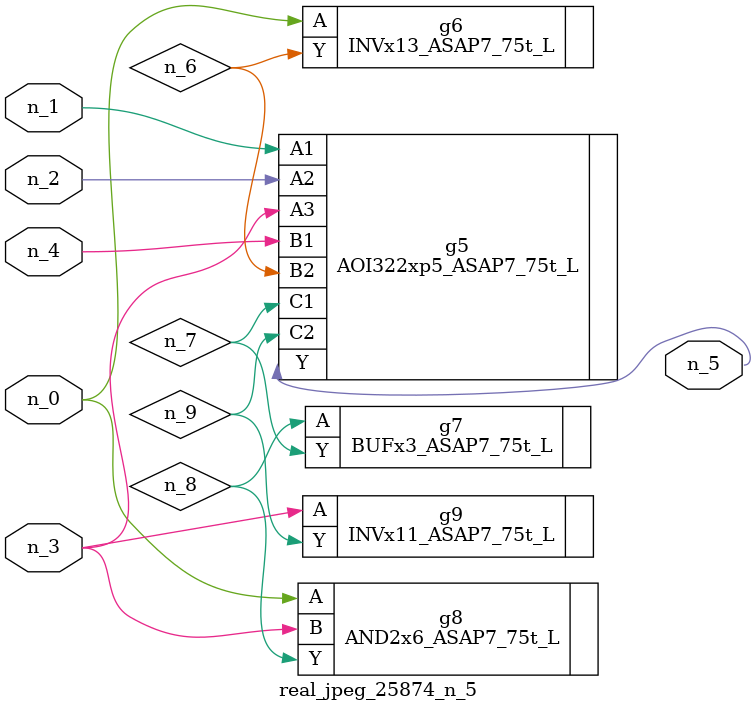
<source format=v>
module real_jpeg_25874_n_5 (n_4, n_0, n_1, n_2, n_3, n_5);

input n_4;
input n_0;
input n_1;
input n_2;
input n_3;

output n_5;

wire n_8;
wire n_6;
wire n_7;
wire n_9;

INVx13_ASAP7_75t_L g6 ( 
.A(n_0),
.Y(n_6)
);

AND2x6_ASAP7_75t_L g8 ( 
.A(n_0),
.B(n_3),
.Y(n_8)
);

AOI322xp5_ASAP7_75t_L g5 ( 
.A1(n_1),
.A2(n_2),
.A3(n_3),
.B1(n_4),
.B2(n_6),
.C1(n_7),
.C2(n_9),
.Y(n_5)
);

INVx11_ASAP7_75t_L g9 ( 
.A(n_3),
.Y(n_9)
);

BUFx3_ASAP7_75t_L g7 ( 
.A(n_8),
.Y(n_7)
);


endmodule
</source>
